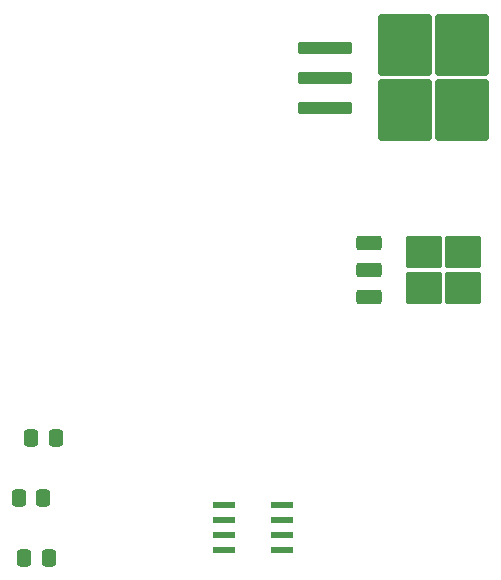
<source format=gbr>
%TF.GenerationSoftware,KiCad,Pcbnew,7.0.8*%
%TF.CreationDate,2023-11-23T12:05:59-03:00*%
%TF.ProjectId,design,64657369-676e-42e6-9b69-6361645f7063,rev?*%
%TF.SameCoordinates,Original*%
%TF.FileFunction,Paste,Top*%
%TF.FilePolarity,Positive*%
%FSLAX46Y46*%
G04 Gerber Fmt 4.6, Leading zero omitted, Abs format (unit mm)*
G04 Created by KiCad (PCBNEW 7.0.8) date 2023-11-23 12:05:59*
%MOMM*%
%LPD*%
G01*
G04 APERTURE LIST*
G04 Aperture macros list*
%AMRoundRect*
0 Rectangle with rounded corners*
0 $1 Rounding radius*
0 $2 $3 $4 $5 $6 $7 $8 $9 X,Y pos of 4 corners*
0 Add a 4 corners polygon primitive as box body*
4,1,4,$2,$3,$4,$5,$6,$7,$8,$9,$2,$3,0*
0 Add four circle primitives for the rounded corners*
1,1,$1+$1,$2,$3*
1,1,$1+$1,$4,$5*
1,1,$1+$1,$6,$7*
1,1,$1+$1,$8,$9*
0 Add four rect primitives between the rounded corners*
20,1,$1+$1,$2,$3,$4,$5,0*
20,1,$1+$1,$4,$5,$6,$7,0*
20,1,$1+$1,$6,$7,$8,$9,0*
20,1,$1+$1,$8,$9,$2,$3,0*%
G04 Aperture macros list end*
%ADD10R,1.981200X0.558800*%
%ADD11RoundRect,0.250000X-0.337500X-0.475000X0.337500X-0.475000X0.337500X0.475000X-0.337500X0.475000X0*%
%ADD12RoundRect,0.250000X-0.850000X-0.350000X0.850000X-0.350000X0.850000X0.350000X-0.850000X0.350000X0*%
%ADD13RoundRect,0.250000X-1.275000X-1.125000X1.275000X-1.125000X1.275000X1.125000X-1.275000X1.125000X0*%
%ADD14RoundRect,0.250000X-2.050000X-0.300000X2.050000X-0.300000X2.050000X0.300000X-2.050000X0.300000X0*%
%ADD15RoundRect,0.250000X-2.025000X-2.375000X2.025000X-2.375000X2.025000X2.375000X-2.025000X2.375000X0*%
G04 APERTURE END LIST*
D10*
%TO.C,U3*%
X142316200Y-112395000D03*
X142316200Y-113665000D03*
X142316200Y-114935000D03*
X142316200Y-116205000D03*
X147243800Y-116205000D03*
X147243800Y-114935000D03*
X147243800Y-113665000D03*
X147243800Y-112395000D03*
%TD*%
D11*
%TO.C,C7*%
X125390000Y-116840000D03*
X127465000Y-116840000D03*
%TD*%
%TO.C,C6*%
X124925000Y-111760000D03*
X127000000Y-111760000D03*
%TD*%
%TO.C,C5*%
X125962500Y-106680000D03*
X128037500Y-106680000D03*
%TD*%
D12*
%TO.C,U2*%
X154585000Y-90175000D03*
X154585000Y-92455000D03*
X154585000Y-94735000D03*
D13*
X162560000Y-93980000D03*
X159210000Y-90930000D03*
X162560000Y-90930000D03*
X159210000Y-93980000D03*
%TD*%
D14*
%TO.C,U1*%
X150870000Y-73660000D03*
X150870000Y-76200000D03*
X150870000Y-78740000D03*
D15*
X162445000Y-78975000D03*
X157595000Y-73425000D03*
X162445000Y-73425000D03*
X157595000Y-78975000D03*
%TD*%
M02*

</source>
